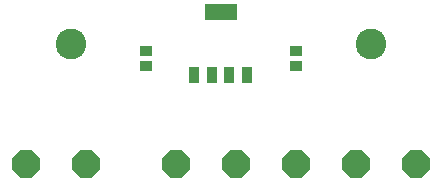
<source format=gts>
G75*
G70*
%OFA0B0*%
%FSLAX24Y24*%
%IPPOS*%
%LPD*%
%AMOC8*
5,1,8,0,0,1.08239X$1,22.5*
%
%ADD10C,0.1025*%
%ADD11R,0.0340X0.0580*%
%ADD12R,0.1080X0.0580*%
%ADD13R,0.0434X0.0356*%
%ADD14OC8,0.0930*%
D10*
X002681Y005181D03*
X012681Y005181D03*
D11*
X008567Y004146D03*
X007977Y004146D03*
X007386Y004146D03*
X006796Y004146D03*
D12*
X007681Y006217D03*
D13*
X005181Y004937D03*
X005181Y004426D03*
X010181Y004426D03*
X010181Y004937D03*
D14*
X001181Y001181D03*
X003181Y001181D03*
X006181Y001181D03*
X008181Y001181D03*
X010181Y001181D03*
X012181Y001181D03*
X014181Y001181D03*
M02*

</source>
